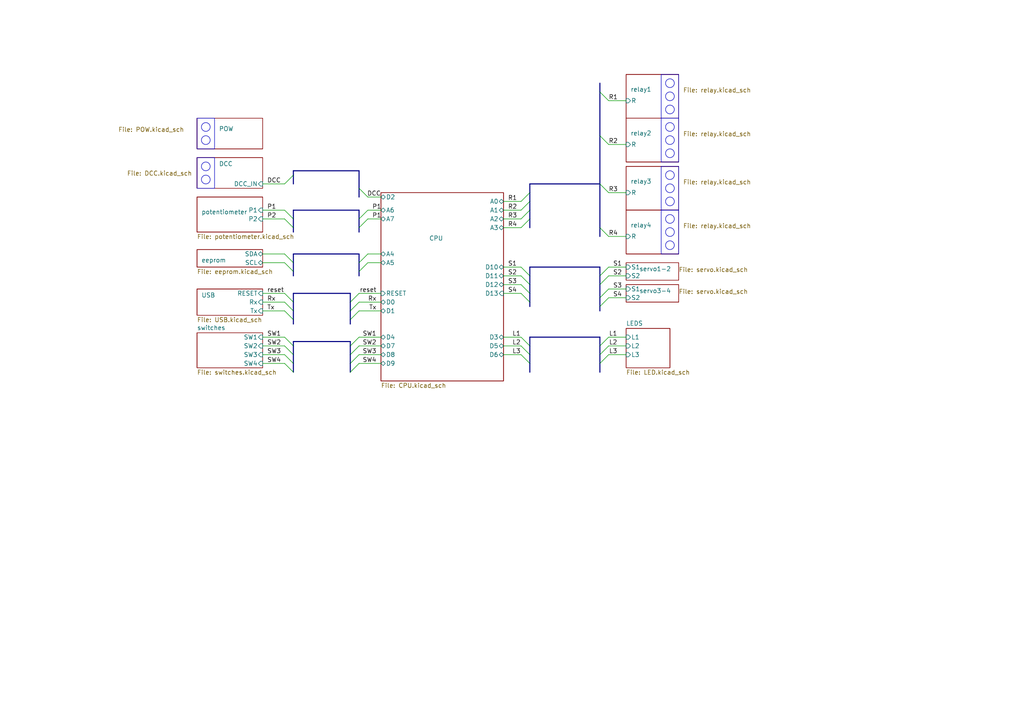
<source format=kicad_sch>
(kicad_sch (version 20230121) (generator eeschema)
  (paper "A4")
  (lib_symbols)
  (bus_alias "relay" (members "A" "B" "C" "D"))
  (bus_alias "servo" (members "A" "B" "C" "D"))
  (bus_entry (at 173.99 86.36) (size 2.54 -2.54))
  (bus_entry (at 173.99 26.67) (size 2.54 2.54))
  (bus_entry (at 101.6 100.33) (size 2.54 -2.54))
  (bus_entry (at 151.13 77.47) (size 2.54 2.54))
  (bus_entry (at 151.13 85.09) (size 2.54 2.54))
  (bus_entry (at 176.53 77.47) (size -2.54 2.54))
  (bus_entry (at 176.53 102.87) (size -2.54 2.54))
  (bus_entry (at 173.99 39.37) (size 2.54 2.54))
  (bus_entry (at 173.99 53.34) (size 2.54 2.54))
  (bus_entry (at 82.55 85.09) (size 2.54 2.54))
  (bus_entry (at 176.53 97.79) (size -2.54 2.54))
  (bus_entry (at 101.6 105.41) (size 2.54 -2.54))
  (bus_entry (at 173.99 88.9) (size 2.54 -2.54))
  (bus_entry (at 82.55 53.34) (size 2.54 -2.54))
  (bus_entry (at 82.55 76.2) (size 2.54 2.54))
  (bus_entry (at 101.6 90.17) (size 2.54 -2.54))
  (bus_entry (at 82.55 97.79) (size 2.54 2.54))
  (bus_entry (at 151.13 63.5) (size 2.54 -2.54))
  (bus_entry (at 151.13 58.42) (size 2.54 -2.54))
  (bus_entry (at 82.55 63.5) (size 2.54 2.54))
  (bus_entry (at 82.55 73.66) (size 2.54 2.54))
  (bus_entry (at 151.13 80.01) (size 2.54 2.54))
  (bus_entry (at 106.68 63.5) (size -2.54 2.54))
  (bus_entry (at 106.68 73.66) (size -2.54 2.54))
  (bus_entry (at 151.13 102.87) (size 2.54 2.54))
  (bus_entry (at 82.55 100.33) (size 2.54 2.54))
  (bus_entry (at 173.99 66.04) (size 2.54 2.54))
  (bus_entry (at 151.13 60.96) (size 2.54 -2.54))
  (bus_entry (at 151.13 82.55) (size 2.54 2.54))
  (bus_entry (at 82.55 87.63) (size 2.54 2.54))
  (bus_entry (at 82.55 105.41) (size 2.54 2.54))
  (bus_entry (at 106.68 60.96) (size -2.54 2.54))
  (bus_entry (at 104.14 54.61) (size 2.54 2.54))
  (bus_entry (at 101.6 107.95) (size 2.54 -2.54))
  (bus_entry (at 82.55 102.87) (size 2.54 2.54))
  (bus_entry (at 82.55 60.96) (size 2.54 2.54))
  (bus_entry (at 101.6 102.87) (size 2.54 -2.54))
  (bus_entry (at 101.6 92.71) (size 2.54 -2.54))
  (bus_entry (at 151.13 100.33) (size 2.54 2.54))
  (bus_entry (at 176.53 80.01) (size -2.54 2.54))
  (bus_entry (at 151.13 97.79) (size 2.54 2.54))
  (bus_entry (at 82.55 90.17) (size 2.54 2.54))
  (bus_entry (at 151.13 66.04) (size 2.54 -2.54))
  (bus_entry (at 101.6 87.63) (size 2.54 -2.54))
  (bus_entry (at 106.68 76.2) (size -2.54 2.54))
  (bus_entry (at 176.53 100.33) (size -2.54 2.54))
  (bus (pts (xy 153.67 77.47) (xy 153.67 80.01)))
  (bus (pts (xy 101.6 100.33) (xy 101.6 102.87)))
  (bus (pts (xy 104.14 66.04) (xy 104.14 67.31)))
  (wire (pts (xy 181.61 97.79) (xy 176.53 97.79)))
  (bus (pts (xy 104.14 76.2) (xy 104.14 78.74)))
  (wire (pts (xy 176.53 41.91) (xy 181.61 41.91)))
  (wire (pts (xy 76.2 76.2) (xy 82.55 76.2)))
  (bus (pts (xy 85.09 50.8) (xy 85.09 53.34)))
  (wire (pts (xy 110.49 87.63) (xy 104.14 87.63)))
  (wire (pts (xy 76.2 90.17) (xy 82.55 90.17)))
  (bus (pts (xy 85.09 87.63) (xy 85.09 90.17)))
  (bus (pts (xy 153.67 82.55) (xy 153.67 85.09)))
  (bus (pts (xy 153.67 53.34) (xy 153.67 55.88)))
  (bus (pts (xy 173.99 100.33) (xy 173.99 102.87)))
  (wire (pts (xy 181.61 100.33) (xy 176.53 100.33)))
  (wire (pts (xy 146.05 85.09) (xy 151.13 85.09)))
  (wire (pts (xy 76.2 87.63) (xy 82.55 87.63)))
  (bus (pts (xy 101.6 102.87) (xy 101.6 105.41)))
  (wire (pts (xy 176.53 83.82) (xy 181.61 83.82)))
  (bus (pts (xy 85.09 78.74) (xy 85.09 76.2)))
  (bus (pts (xy 101.6 99.06) (xy 85.09 99.06)))
  (wire (pts (xy 76.2 60.96) (xy 82.55 60.96)))
  (bus (pts (xy 173.99 105.41) (xy 173.99 107.95)))
  (wire (pts (xy 104.14 90.17) (xy 110.49 90.17)))
  (wire (pts (xy 176.53 77.47) (xy 181.61 77.47)))
  (wire (pts (xy 104.14 85.09) (xy 110.49 85.09)))
  (wire (pts (xy 76.2 53.34) (xy 82.55 53.34)))
  (bus (pts (xy 173.99 53.34) (xy 173.99 66.04)))
  (wire (pts (xy 176.53 29.21) (xy 181.61 29.21)))
  (bus (pts (xy 153.67 60.96) (xy 153.67 63.5)))
  (wire (pts (xy 181.61 102.87) (xy 176.53 102.87)))
  (bus (pts (xy 173.99 39.37) (xy 173.99 53.34)))
  (bus (pts (xy 173.99 66.04) (xy 173.99 68.58)))
  (wire (pts (xy 104.14 97.79) (xy 110.49 97.79)))
  (wire (pts (xy 176.53 86.36) (xy 181.61 86.36)))
  (bus (pts (xy 173.99 97.79) (xy 173.99 100.33)))
  (wire (pts (xy 146.05 102.87) (xy 151.13 102.87)))
  (wire (pts (xy 106.68 60.96) (xy 110.49 60.96)))
  (wire (pts (xy 146.05 66.04) (xy 151.13 66.04)))
  (bus (pts (xy 153.67 58.42) (xy 153.67 60.96)))
  (bus (pts (xy 104.14 54.61) (xy 104.14 49.53)))
  (wire (pts (xy 146.05 97.79) (xy 151.13 97.79)))
  (bus (pts (xy 101.6 105.41) (xy 101.6 107.95)))
  (bus (pts (xy 85.09 102.87) (xy 85.09 100.33)))
  (bus (pts (xy 101.6 85.09) (xy 101.6 87.63)))
  (bus (pts (xy 85.09 107.95) (xy 85.09 105.41)))
  (wire (pts (xy 82.55 97.79) (xy 76.2 97.79)))
  (bus (pts (xy 85.09 105.41) (xy 85.09 102.87)))
  (bus (pts (xy 85.09 66.04) (xy 85.09 63.5)))
  (wire (pts (xy 176.53 55.88) (xy 181.61 55.88)))
  (bus (pts (xy 101.6 90.17) (xy 101.6 92.71)))
  (bus (pts (xy 101.6 99.06) (xy 101.6 100.33)))
  (bus (pts (xy 153.67 77.47) (xy 173.99 77.47)))
  (bus (pts (xy 104.14 63.5) (xy 104.14 66.04)))
  (bus (pts (xy 153.67 87.63) (xy 153.67 88.9)))
  (bus (pts (xy 173.99 86.36) (xy 173.99 88.9)))
  (bus (pts (xy 173.99 24.13) (xy 173.99 26.67)))
  (wire (pts (xy 106.68 73.66) (xy 110.49 73.66)))
  (bus (pts (xy 104.14 60.96) (xy 104.14 63.5)))
  (bus (pts (xy 173.99 88.9) (xy 173.99 90.17)))
  (bus (pts (xy 153.67 55.88) (xy 153.67 58.42)))
  (bus (pts (xy 85.09 63.5) (xy 85.09 60.96)))
  (bus (pts (xy 85.09 99.06) (xy 85.09 100.33)))
  (bus (pts (xy 153.67 53.34) (xy 173.99 53.34)))
  (wire (pts (xy 146.05 63.5) (xy 151.13 63.5)))
  (wire (pts (xy 106.68 76.2) (xy 110.49 76.2)))
  (bus (pts (xy 85.09 76.2) (xy 85.09 73.66)))
  (wire (pts (xy 146.05 82.55) (xy 151.13 82.55)))
  (bus (pts (xy 173.99 77.47) (xy 173.99 80.01)))
  (wire (pts (xy 106.68 57.15) (xy 110.49 57.15)))
  (wire (pts (xy 82.55 102.87) (xy 76.2 102.87)))
  (bus (pts (xy 153.67 102.87) (xy 153.67 105.41)))
  (bus (pts (xy 85.09 73.66) (xy 104.14 73.66)))
  (wire (pts (xy 82.55 100.33) (xy 76.2 100.33)))
  (wire (pts (xy 82.55 105.41) (xy 76.2 105.41)))
  (bus (pts (xy 153.67 97.79) (xy 153.67 100.33)))
  (wire (pts (xy 146.05 58.42) (xy 151.13 58.42)))
  (bus (pts (xy 104.14 78.74) (xy 104.14 80.01)))
  (wire (pts (xy 146.05 80.01) (xy 151.13 80.01)))
  (bus (pts (xy 104.14 73.66) (xy 104.14 76.2)))
  (bus (pts (xy 153.67 63.5) (xy 153.67 66.04)))
  (bus (pts (xy 153.67 80.01) (xy 153.67 82.55)))
  (bus (pts (xy 173.99 102.87) (xy 173.99 105.41)))
  (wire (pts (xy 146.05 60.96) (xy 151.13 60.96)))
  (wire (pts (xy 146.05 77.47) (xy 151.13 77.47)))
  (bus (pts (xy 153.67 100.33) (xy 153.67 102.87)))
  (bus (pts (xy 104.14 57.15) (xy 104.14 54.61)))
  (bus (pts (xy 101.6 87.63) (xy 101.6 90.17)))
  (bus (pts (xy 85.09 85.09) (xy 101.6 85.09)))
  (wire (pts (xy 76.2 85.09) (xy 82.55 85.09)))
  (bus (pts (xy 173.99 26.67) (xy 173.99 39.37)))
  (bus (pts (xy 85.09 80.01) (xy 85.09 78.74)))
  (bus (pts (xy 85.09 85.09) (xy 85.09 87.63)))
  (wire (pts (xy 146.05 100.33) (xy 151.13 100.33)))
  (bus (pts (xy 104.14 49.53) (xy 85.09 49.53)))
  (bus (pts (xy 85.09 67.31) (xy 85.09 66.04)))
  (bus (pts (xy 85.09 92.71) (xy 85.09 93.98)))
  (wire (pts (xy 104.14 105.41) (xy 110.49 105.41)))
  (wire (pts (xy 176.53 68.58) (xy 181.61 68.58)))
  (bus (pts (xy 85.09 90.17) (xy 85.09 92.71)))
  (bus (pts (xy 173.99 80.01) (xy 173.99 82.55)))
  (bus (pts (xy 85.09 60.96) (xy 104.14 60.96)))
  (wire (pts (xy 104.14 100.33) (xy 110.49 100.33)))
  (bus (pts (xy 85.09 49.53) (xy 85.09 50.8)))
  (bus (pts (xy 153.67 85.09) (xy 153.67 87.63)))
  (wire (pts (xy 106.68 63.5) (xy 110.49 63.5)))
  (bus (pts (xy 101.6 92.71) (xy 101.6 93.98)))
  (wire (pts (xy 76.2 63.5) (xy 82.55 63.5)))
  (wire (pts (xy 104.14 102.87) (xy 110.49 102.87)))
  (wire (pts (xy 76.2 73.66) (xy 82.55 73.66)))
  (bus (pts (xy 173.99 97.79) (xy 153.67 97.79)))
  (bus (pts (xy 153.67 105.41) (xy 153.67 107.95)))
  (wire (pts (xy 176.53 80.01) (xy 181.61 80.01)))
  (bus (pts (xy 173.99 82.55) (xy 173.99 86.36)))
  (circle (center 194.31 63.5) (radius 1.27))
  (rectangle (start 57.15 34.29) (end 62.23 43.18))
  (circle (center 194.31 54.61) (radius 1.27))
  (circle (center 194.31 71.12) (radius 1.27))
  (rectangle (start 191.77 48.26) (end 196.85 60.96))
  (circle (center 194.31 31.75) (radius 1.27))
  (circle (center 194.31 67.31) (radius 1.27))
  (rectangle (start 191.77 60.96) (end 196.85 73.66))
  (circle (center 59.69 36.83) (radius 1.27))
  (rectangle (start 191.77 34.29) (end 196.85 46.99))
  (circle (center 194.31 50.8) (radius 1.27))
  (circle (center 194.31 36.83) (radius 1.27))
  (circle (center 59.69 52.07) (radius 1.27))
  (circle (center 194.31 27.94) (radius 1.27))
  (circle (center 59.69 48.26) (radius 1.27))
  (circle (center 194.31 58.42) (radius 1.27))
  (circle (center 194.31 44.45) (radius 1.27))
  (rectangle (start 191.77 21.59) (end 196.85 34.29))
  (circle (center 59.69 40.64) (radius 1.27))
  (circle (center 194.31 40.64) (radius 1.27))
  (rectangle (start 57.15 45.72) (end 62.23 54.61))
  (circle (center 194.31 24.13) (radius 1.27))
  (label "P1" (at 77.47 60.96 0))
  (label "L2" (at 179.07 100.33 180))
  (label "R1" (at 147.32 58.42 0))
  (label "S3" (at 177.8 83.82 0))
  (label "Tx" (at 109.22 90.17 180))
  (label "P1" (at 107.95 60.96 0))
  (label "R3" (at 147.32 63.5 0))
  (label "SW3" (at 109.22 102.87 180))
  (label "S3" (at 147.32 82.55 0))
  (label "R3" (at 176.53 55.88 0))
  (label "SW2" (at 109.22 100.33 180))
  (label "L1" (at 179.07 97.79 180))
  (label "reset" (at 77.47 85.09 0))
  (label "SW2" (at 77.47 100.33 0))
  (label "Tx" (at 77.47 90.17 0))
  (label "R4" (at 147.32 66.04 0))
  (label "P1" (at 107.95 63.5 0))
  (label "Rx" (at 109.22 87.63 180))
  (label "DCC" (at 77.47 53.34 0))
  (label "R2" (at 176.53 41.91 0))
  (label "Rx" (at 77.47 87.63 0))
  (label "DCC" (at 110.49 57.15 180))
  (label "R1" (at 176.53 29.21 0))
  (label "S2" (at 147.32 80.01 0))
  (label "S1" (at 147.32 77.47 0))
  (label "S4" (at 177.8 86.36 0))
  (label "SW1" (at 77.47 97.79 0))
  (label "SW1" (at 109.22 97.79 180))
  (label "L3" (at 179.07 102.87 180))
  (label "S1" (at 177.8 77.47 0))
  (label "L2" (at 148.59 100.33 0))
  (label "SW4" (at 77.47 105.41 0))
  (label "R4" (at 176.53 68.58 0))
  (label "L3" (at 148.59 102.87 0))
  (label "P2" (at 77.47 63.5 0))
  (label "R2" (at 147.32 60.96 0))
  (label "SW4" (at 109.22 105.41 180))
  (label "S2" (at 177.8 80.01 0))
  (label "SW3" (at 77.47 102.87 0))
  (label "reset" (at 109.22 85.09 180))
  (label "L1" (at 148.59 97.79 0))
  (label "S4" (at 147.32 85.09 0))
  (sheet (at 57.15 34.29) (size 19.05 8.89) (stroke (width 0.1524))
    (property "Sheetname" "POW" (at 63.5 38.1 0) (effects (justify left bottom)))
    (property "Sheetfile" "POW.kicad_sch" (at 34.29 36.83 0) (effects (justify left top)))
  )
  (sheet (at 181.61 48.26) (size 15.24 12.7) (stroke (width 0.1524))
    (property "Sheetname" "relay3" (at 182.88 53.34 0) (effects (justify left bottom)))
    (property "Sheetfile" "relay.kicad_sch" (at 198.12 52.07 0) (effects (justify left top)))
    (pin "R" input (at 181.61 55.88 180))
  )
  (sheet (at 57.15 72.39) (size 19.05 5.08) (stroke (width 0.1524))
    (property "Sheetname" "eeprom" (at 58.42 76.2 0) (effects (justify left bottom)))
    (property "Sheetfile" "eeprom.kicad_sch" (at 57.15 78.0546 0) (effects (justify left top)))
    (pin "SCL" bidirectional (at 76.2 76.2 0))
    (pin "SDA" bidirectional (at 76.2 73.66 0))
  )
  (sheet (at 181.61 82.55) (size 15.24 5.08) (stroke (width 0.1524))
    (property "Sheetname" "servo3-4" (at 185.42 85.09 0) (effects (justify left bottom)))
    (property "Sheetfile" "servo.kicad_sch" (at 196.85 83.82 0) (effects (justify left top)))
    (pin "S1" input (at 181.61 83.82 180))
    (pin "S2" input (at 181.61 86.36 180))
  )
  (sheet (at 181.61 21.59) (size 15.24 12.7) (stroke (width 0.1524))
    (property "Sheetname" "relay1" (at 182.88 26.67 0) (effects (justify left bottom)))
    (property "Sheetfile" "relay.kicad_sch" (at 198.12 25.4 0) (effects (justify left top)))
    (pin "R" input (at 181.61 29.21 180))
  )
  (sheet (at 110.49 55.88) (size 35.56 54.61) (stroke (width 0.1524))
    (property "Sheetname" "CPU" (at 124.46 69.85 0) (effects (justify left bottom)))
    (property "Sheetfile" "CPU.kicad_sch" (at 110.49 111.0746 0) (effects (justify left top)))
    (pin "A6" bidirectional (at 110.49 60.96 180))
    (pin "D9" bidirectional (at 110.49 105.41 180))
    (pin "D8" bidirectional (at 110.49 102.87 180))
    (pin "D10" bidirectional (at 146.05 77.47 0))
    (pin "A7" bidirectional (at 110.49 63.5 180))
    (pin "D13" input (at 146.05 85.09 0))
    (pin "D12" bidirectional (at 146.05 82.55 0))
    (pin "D11" bidirectional (at 146.05 80.01 0))
    (pin "A0" bidirectional (at 146.05 58.42 0))
    (pin "A3" bidirectional (at 146.05 66.04 0))
    (pin "A1" bidirectional (at 146.05 60.96 0))
    (pin "A4" bidirectional (at 110.49 73.66 180))
    (pin "A2" bidirectional (at 146.05 63.5 0))
    (pin "A5" bidirectional (at 110.49 76.2 180))
    (pin "D7" bidirectional (at 110.49 100.33 180))
    (pin "D6" bidirectional (at 146.05 102.87 0))
    (pin "D3" bidirectional (at 146.05 97.79 0))
    (pin "D4" bidirectional (at 110.49 97.79 180))
    (pin "D5" bidirectional (at 146.05 100.33 0))
    (pin "D1" bidirectional (at 110.49 90.17 180))
    (pin "D0" bidirectional (at 110.49 87.63 180))
    (pin "D2" bidirectional (at 110.49 57.15 180))
    (pin "RESET" input (at 110.49 85.09 180))
  )
  (sheet (at 181.61 76.2) (size 15.24 5.08) (stroke (width 0.1524))
    (property "Sheetname" "servo1-2" (at 185.42 78.74 0) (effects (justify left bottom)))
    (property "Sheetfile" "servo.kicad_sch" (at 196.85 77.47 0) (effects (justify left top)))
    (pin "S1" input (at 181.61 77.47 180))
    (pin "S2" input (at 181.61 80.01 180))
  )
  (sheet (at 57.15 83.82) (size 19.05 7.62) (stroke (width 0.1524))
    (property "Sheetname" "USB" (at 58.42 86.36 0) (effects (justify left bottom)))
    (property "Sheetfile" "USB.kicad_sch" (at 57.15 92.0246 0) (effects (justify left top)))
    (pin "Tx" input (at 76.2 90.17 0))
    (pin "Rx" input (at 76.2 87.63 0))
    (pin "RESET" input (at 76.2 85.09 0))
  )
  (sheet (at 57.15 45.72) (size 19.05 8.89) (stroke (width 0.1524))
    (property "Sheetname" "DCC" (at 63.5 48.26 0) (effects (justify left bottom)))
    (property "Sheetfile" "DCC.kicad_sch" (at 36.83 49.53 0) (effects (justify left top)))
    (pin "DCC_IN" input (at 76.2 53.34 0))
  )
  (sheet (at 57.15 96.52) (size 19.05 10.16) (stroke (width 0.1524))
    (property "Sheetname" "switches" (at 57.15 95.8084 0) (effects (justify left bottom)))
    (property "Sheetfile" "switches.kicad_sch" (at 57.15 107.2646 0) (effects (justify left top)))
    (pin "SW4" input (at 76.2 105.41 0))
    (pin "SW2" input (at 76.2 100.33 0))
    (pin "SW1" input (at 76.2 97.79 0))
    (pin "SW3" input (at 76.2 102.87 0))
  )
  (sheet (at 181.61 60.96) (size 15.24 12.7) (stroke (width 0.1524))
    (property "Sheetname" "relay4" (at 182.88 66.04 0) (effects (justify left bottom)))
    (property "Sheetfile" "relay.kicad_sch" (at 198.12 64.77 0) (effects (justify left top)))
    (pin "R" input (at 181.61 68.58 180))
  )
  (sheet (at 57.15 57.15) (size 19.05 10.16) (stroke (width 0.1524))
    (property "Sheetname" "potentiometer" (at 58.42 62.23 0) (effects (justify left bottom)))
    (property "Sheetfile" "potentiometer.kicad_sch" (at 57.15 67.8946 0) (effects (justify left top)))
    (pin "P2" input (at 76.2 63.5 0))
    (pin "P1" input (at 76.2 60.96 0))
  )
  (sheet (at 181.61 34.29) (size 15.24 12.7) (stroke (width 0.1524))
    (property "Sheetname" "relay2" (at 182.88 39.37 0) (effects (justify left bottom)))
    (property "Sheetfile" "relay.kicad_sch" (at 198.12 38.1 0) (effects (justify left top)))
    (pin "R" input (at 181.61 41.91 180))
  )
  (sheet (at 181.61 95.25) (size 12.7 11.43) (stroke (width 0.1524))
    (property "Sheetname" "LEDS" (at 181.61 94.5384 0) (effects (justify left bottom)))
    (property "Sheetfile" "LED.kicad_sch" (at 181.61 107.2646 0) (effects (justify left top)))
    (pin "L3" input (at 181.61 102.87 180))
    (pin "L1" input (at 181.61 97.79 180))
    (pin "L2" input (at 181.61 100.33 180))
  )
)
</source>
